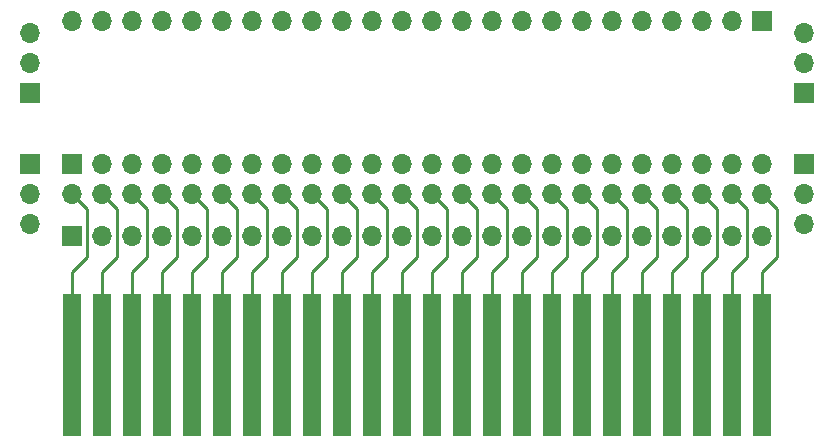
<source format=gtl>
%TF.GenerationSoftware,KiCad,Pcbnew,5.1.10-88a1d61d58~88~ubuntu20.04.1*%
%TF.CreationDate,2021-06-23T17:02:21-05:00*%
%TF.ProjectId,nes-expansion-port,6e65732d-6578-4706-916e-73696f6e2d70,rev?*%
%TF.SameCoordinates,Original*%
%TF.FileFunction,Copper,L1,Top*%
%TF.FilePolarity,Positive*%
%FSLAX46Y46*%
G04 Gerber Fmt 4.6, Leading zero omitted, Abs format (unit mm)*
G04 Created by KiCad (PCBNEW 5.1.10-88a1d61d58~88~ubuntu20.04.1) date 2021-06-23 17:02:21*
%MOMM*%
%LPD*%
G01*
G04 APERTURE LIST*
%TA.AperFunction,ComponentPad*%
%ADD10O,1.700000X1.700000*%
%TD*%
%TA.AperFunction,ComponentPad*%
%ADD11R,1.700000X1.700000*%
%TD*%
%TA.AperFunction,SMDPad,CuDef*%
%ADD12R,1.524000X12.000000*%
%TD*%
%TA.AperFunction,Conductor*%
%ADD13C,0.250000*%
%TD*%
G04 APERTURE END LIST*
D10*
X104902000Y-48036000D03*
X107442000Y-48036000D03*
X109982000Y-48036000D03*
X112522000Y-48036000D03*
X115062000Y-48036000D03*
X117602000Y-48036000D03*
X120142000Y-48036000D03*
X122682000Y-48036000D03*
X125222000Y-48036000D03*
X127762000Y-48036000D03*
X130302000Y-48036000D03*
X132842000Y-48036000D03*
X135382000Y-48036000D03*
X137922000Y-48036000D03*
X140462000Y-48036000D03*
X143002000Y-48036000D03*
X145542000Y-48036000D03*
X148082000Y-48036000D03*
X150622000Y-48036000D03*
X153162000Y-48036000D03*
X155702000Y-48036000D03*
X158242000Y-48036000D03*
X160782000Y-48036000D03*
D11*
X163322000Y-48036000D03*
X101346000Y-54132000D03*
D10*
X101346000Y-51592000D03*
X101346000Y-49052000D03*
D11*
X166878000Y-54132000D03*
D10*
X166878000Y-51592000D03*
X166878000Y-49052000D03*
X101346000Y-65278000D03*
X101346000Y-62738000D03*
D11*
X101346000Y-60198000D03*
D10*
X166878000Y-65278000D03*
X166878000Y-62738000D03*
D11*
X166878000Y-60198000D03*
D10*
X163322000Y-66294000D03*
X160782000Y-66294000D03*
X158242000Y-66294000D03*
X155702000Y-66294000D03*
X153162000Y-66294000D03*
X150622000Y-66294000D03*
X148082000Y-66294000D03*
X145542000Y-66294000D03*
X143002000Y-66294000D03*
X140462000Y-66294000D03*
X137922000Y-66294000D03*
X135382000Y-66294000D03*
X132842000Y-66294000D03*
X130302000Y-66294000D03*
X127762000Y-66294000D03*
X125222000Y-66294000D03*
X122682000Y-66294000D03*
X120142000Y-66294000D03*
X117602000Y-66294000D03*
X115062000Y-66294000D03*
X112522000Y-66294000D03*
X109982000Y-66294000D03*
X107442000Y-66294000D03*
D11*
X104902000Y-66294000D03*
D12*
X104902000Y-77216000D03*
X107442000Y-77216000D03*
X109982000Y-77216000D03*
X112522000Y-77216000D03*
X115062000Y-77216000D03*
X117602000Y-77216000D03*
X120142000Y-77216000D03*
X122682000Y-77216000D03*
X125222000Y-77216000D03*
X127762000Y-77216000D03*
X130302000Y-77216000D03*
X132842000Y-77216000D03*
X135382000Y-77216000D03*
X137922000Y-77216000D03*
X140462000Y-77216000D03*
X143002000Y-77216000D03*
X145542000Y-77216000D03*
X148082000Y-77216000D03*
X150622000Y-77216000D03*
X153162000Y-77216000D03*
X155702000Y-77216000D03*
X158242000Y-77216000D03*
X160782000Y-77216000D03*
X163322000Y-77216000D03*
D11*
X104902000Y-60198000D03*
D10*
X104902000Y-62738000D03*
X107442000Y-60198000D03*
X107442000Y-62738000D03*
X109982000Y-60198000D03*
X109982000Y-62738000D03*
X112522000Y-60198000D03*
X112522000Y-62738000D03*
X115062000Y-60198000D03*
X115062000Y-62738000D03*
X117602000Y-60198000D03*
X117602000Y-62738000D03*
X120142000Y-60198000D03*
X120142000Y-62738000D03*
X122682000Y-60198000D03*
X122682000Y-62738000D03*
X125222000Y-60198000D03*
X125222000Y-62738000D03*
X127762000Y-60198000D03*
X127762000Y-62738000D03*
X130302000Y-60198000D03*
X130302000Y-62738000D03*
X132842000Y-60198000D03*
X132842000Y-62738000D03*
X135382000Y-60198000D03*
X135382000Y-62738000D03*
X137922000Y-60198000D03*
X137922000Y-62738000D03*
X140462000Y-60198000D03*
X140462000Y-62738000D03*
X143002000Y-60198000D03*
X143002000Y-62738000D03*
X145542000Y-60198000D03*
X145542000Y-62738000D03*
X148082000Y-60198000D03*
X148082000Y-62738000D03*
X150622000Y-60198000D03*
X150622000Y-62738000D03*
X153162000Y-60198000D03*
X153162000Y-62738000D03*
X155702000Y-60198000D03*
X155702000Y-62738000D03*
X158242000Y-60198000D03*
X158242000Y-62738000D03*
X160782000Y-60198000D03*
X160782000Y-62738000D03*
X163322000Y-60198000D03*
X163322000Y-62738000D03*
D13*
X104902000Y-77216000D02*
X104902000Y-69342000D01*
X104902000Y-69342000D02*
X106172000Y-68072000D01*
X106172000Y-64008000D02*
X104902000Y-62738000D01*
X106172000Y-68072000D02*
X106172000Y-64008000D01*
X107442000Y-77216000D02*
X107442000Y-69342000D01*
X107442000Y-69342000D02*
X108712000Y-68072000D01*
X108712000Y-64008000D02*
X107442000Y-62738000D01*
X108712000Y-68072000D02*
X108712000Y-64008000D01*
X109982000Y-77216000D02*
X109982000Y-69342000D01*
X109982000Y-69342000D02*
X111252000Y-68072000D01*
X111252000Y-68072000D02*
X111252000Y-64008000D01*
X111252000Y-64008000D02*
X109982000Y-62738000D01*
X112522000Y-69342000D02*
X113792000Y-68072000D01*
X113792000Y-68072000D02*
X113792000Y-64008000D01*
X112522000Y-77216000D02*
X112522000Y-69342000D01*
X113792000Y-64008000D02*
X112522000Y-62738000D01*
X115062000Y-77216000D02*
X115062000Y-69342000D01*
X115062000Y-69342000D02*
X116332000Y-68072000D01*
X116332000Y-68072000D02*
X116332000Y-64008000D01*
X116332000Y-64008000D02*
X115062000Y-62738000D01*
X117602000Y-69342000D02*
X118872000Y-68072000D01*
X118872000Y-68072000D02*
X118872000Y-64008000D01*
X117602000Y-77216000D02*
X117602000Y-69342000D01*
X118872000Y-64008000D02*
X117602000Y-62738000D01*
X120142000Y-77216000D02*
X120142000Y-69342000D01*
X120142000Y-69342000D02*
X121412000Y-68072000D01*
X121412000Y-68072000D02*
X121412000Y-64008000D01*
X121412000Y-64008000D02*
X120142000Y-62738000D01*
X122682000Y-69342000D02*
X123952000Y-68072000D01*
X123952000Y-68072000D02*
X123952000Y-64008000D01*
X122682000Y-77216000D02*
X122682000Y-69342000D01*
X123952000Y-64008000D02*
X122682000Y-62738000D01*
X125222000Y-77216000D02*
X125222000Y-69342000D01*
X125222000Y-69342000D02*
X126492000Y-68072000D01*
X126492000Y-68072000D02*
X126492000Y-64008000D01*
X126492000Y-64008000D02*
X125222000Y-62738000D01*
X127762000Y-69342000D02*
X129032000Y-68072000D01*
X129032000Y-68072000D02*
X129032000Y-64008000D01*
X127762000Y-77216000D02*
X127762000Y-69342000D01*
X129032000Y-64008000D02*
X127762000Y-62738000D01*
X130302000Y-77216000D02*
X130302000Y-69342000D01*
X130302000Y-69342000D02*
X131572000Y-68072000D01*
X131572000Y-68072000D02*
X131572000Y-64008000D01*
X131572000Y-64008000D02*
X130302000Y-62738000D01*
X134112000Y-68072000D02*
X134112000Y-64008000D01*
X132842000Y-77216000D02*
X132842000Y-69342000D01*
X132842000Y-69342000D02*
X134112000Y-68072000D01*
X134112000Y-64008000D02*
X132842000Y-62738000D01*
X135382000Y-69342000D02*
X136652000Y-68072000D01*
X136652000Y-68072000D02*
X136652000Y-64008000D01*
X136652000Y-64008000D02*
X135382000Y-62738000D01*
X135382000Y-77216000D02*
X135382000Y-69342000D01*
X139192000Y-68072000D02*
X139192000Y-64008000D01*
X137922000Y-69342000D02*
X139192000Y-68072000D01*
X137922000Y-77216000D02*
X137922000Y-69342000D01*
X139192000Y-64008000D02*
X137922000Y-62738000D01*
X140462000Y-69342000D02*
X141732000Y-68072000D01*
X141732000Y-68072000D02*
X141732000Y-64008000D01*
X141732000Y-64008000D02*
X140462000Y-62738000D01*
X140462000Y-77216000D02*
X140462000Y-69342000D01*
X143002000Y-69342000D02*
X144272000Y-68072000D01*
X143002000Y-77216000D02*
X143002000Y-69342000D01*
X144272000Y-68072000D02*
X144272000Y-64008000D01*
X144272000Y-64008000D02*
X143002000Y-62738000D01*
X145542000Y-77216000D02*
X145542000Y-69342000D01*
X145542000Y-69342000D02*
X146812000Y-68072000D01*
X146812000Y-68072000D02*
X146812000Y-64008000D01*
X146812000Y-64008000D02*
X145542000Y-62738000D01*
X148082000Y-69342000D02*
X149352000Y-68072000D01*
X149352000Y-68072000D02*
X149352000Y-64008000D01*
X148082000Y-77216000D02*
X148082000Y-69342000D01*
X149352000Y-64008000D02*
X148082000Y-62738000D01*
X150622000Y-77216000D02*
X150622000Y-69342000D01*
X150622000Y-69342000D02*
X151892000Y-68072000D01*
X151892000Y-68072000D02*
X151892000Y-64008000D01*
X151892000Y-64008000D02*
X150622000Y-62738000D01*
X154432000Y-68072000D02*
X154432000Y-64008000D01*
X153162000Y-77216000D02*
X153162000Y-69342000D01*
X153162000Y-69342000D02*
X154432000Y-68072000D01*
X154432000Y-64008000D02*
X153162000Y-62738000D01*
X155702000Y-69342000D02*
X156972000Y-68072000D01*
X156972000Y-68072000D02*
X156972000Y-64008000D01*
X156972000Y-64008000D02*
X155702000Y-62738000D01*
X155702000Y-77216000D02*
X155702000Y-69342000D01*
X159512000Y-68072000D02*
X159512000Y-64008000D01*
X158242000Y-69342000D02*
X159512000Y-68072000D01*
X158242000Y-77216000D02*
X158242000Y-69342000D01*
X159512000Y-64008000D02*
X158242000Y-62738000D01*
X160782000Y-69342000D02*
X162052000Y-68072000D01*
X162052000Y-68072000D02*
X162052000Y-64008000D01*
X162052000Y-64008000D02*
X160782000Y-62738000D01*
X160782000Y-77216000D02*
X160782000Y-69342000D01*
X163322000Y-69342000D02*
X164592000Y-68072000D01*
X163322000Y-77216000D02*
X163322000Y-69342000D01*
X164592000Y-68072000D02*
X164592000Y-64008000D01*
X164592000Y-64008000D02*
X163322000Y-62738000D01*
M02*

</source>
